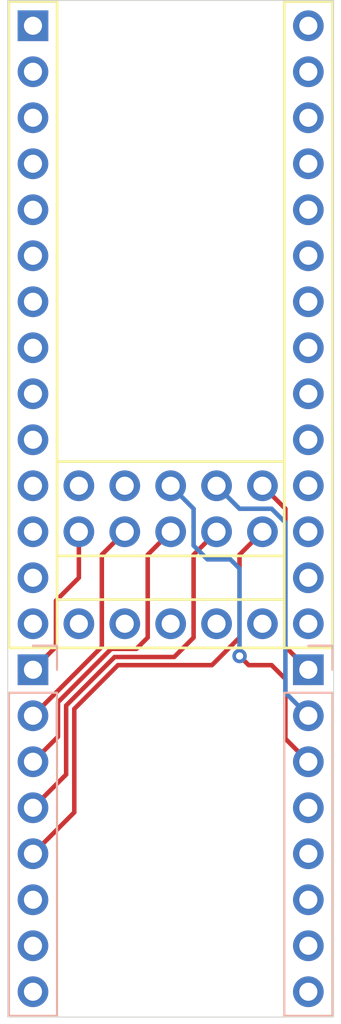
<source format=kicad_pcb>
(kicad_pcb (version 20171130) (host pcbnew "(5.1.5)-3")

  (general
    (thickness 1.6)
    (drawings 4)
    (tracks 57)
    (zones 0)
    (modules 3)
    (nets 44)
  )

  (page A4)
  (title_block
    (title "Teensy 4.0 Breakout Board")
    (date 2019-12-24)
    (rev A)
    (company "Ray Sun")
  )

  (layers
    (0 F.Cu signal)
    (31 B.Cu signal)
    (32 B.Adhes user)
    (33 F.Adhes user)
    (34 B.Paste user)
    (35 F.Paste user)
    (36 B.SilkS user)
    (37 F.SilkS user)
    (38 B.Mask user)
    (39 F.Mask user)
    (40 Dwgs.User user)
    (41 Cmts.User user)
    (42 Eco1.User user)
    (43 Eco2.User user)
    (44 Edge.Cuts user)
    (45 Margin user)
    (46 B.CrtYd user)
    (47 F.CrtYd user)
    (48 B.Fab user)
    (49 F.Fab user)
  )

  (setup
    (last_trace_width 0.25)
    (trace_clearance 0.2)
    (zone_clearance 0.508)
    (zone_45_only no)
    (trace_min 0.2)
    (via_size 0.8)
    (via_drill 0.4)
    (via_min_size 0.4)
    (via_min_drill 0.3)
    (uvia_size 0.3)
    (uvia_drill 0.1)
    (uvias_allowed no)
    (uvia_min_size 0.2)
    (uvia_min_drill 0.1)
    (edge_width 0.05)
    (segment_width 0.2)
    (pcb_text_width 0.3)
    (pcb_text_size 1.5 1.5)
    (mod_edge_width 0.12)
    (mod_text_size 1 1)
    (mod_text_width 0.15)
    (pad_size 1.524 1.524)
    (pad_drill 0.762)
    (pad_to_mask_clearance 0.051)
    (solder_mask_min_width 0.25)
    (aux_axis_origin 0 0)
    (visible_elements 7FFFFFFF)
    (pcbplotparams
      (layerselection 0x010fc_ffffffff)
      (usegerberextensions false)
      (usegerberattributes false)
      (usegerberadvancedattributes false)
      (creategerberjobfile false)
      (excludeedgelayer true)
      (linewidth 0.100000)
      (plotframeref false)
      (viasonmask false)
      (mode 1)
      (useauxorigin false)
      (hpglpennumber 1)
      (hpglpenspeed 20)
      (hpglpendiameter 15.000000)
      (psnegative false)
      (psa4output false)
      (plotreference true)
      (plotvalue true)
      (plotinvisibletext false)
      (padsonsilk false)
      (subtractmaskfromsilk false)
      (outputformat 1)
      (mirror false)
      (drillshape 1)
      (scaleselection 1)
      (outputdirectory ""))
  )

  (net 0 "")
  (net 1 "Net-(J1-Pad8)")
  (net 2 "Net-(J1-Pad7)")
  (net 3 "Net-(J1-Pad6)")
  (net 4 "Net-(J1-Pad5)")
  (net 5 "Net-(J1-Pad4)")
  (net 6 "Net-(J1-Pad3)")
  (net 7 "Net-(J1-Pad2)")
  (net 8 "Net-(J1-Pad1)")
  (net 9 "Net-(J2-Pad7)")
  (net 10 "Net-(J2-Pad6)")
  (net 11 "Net-(J2-Pad5)")
  (net 12 "Net-(J2-Pad4)")
  (net 13 "Net-(J2-Pad3)")
  (net 14 "Net-(J2-Pad2)")
  (net 15 "Net-(J2-Pad1)")
  (net 16 "Net-(U1-Pad2)")
  (net 17 "Net-(U1-Pad3)")
  (net 18 "Net-(U1-Pad4)")
  (net 19 "Net-(U1-Pad5)")
  (net 20 "Net-(U1-Pad6)")
  (net 21 "Net-(U1-Pad7)")
  (net 22 "Net-(U1-Pad8)")
  (net 23 "Net-(U1-Pad9)")
  (net 24 "Net-(U1-Pad10)")
  (net 25 "Net-(U1-Pad11)")
  (net 26 "Net-(U1-Pad12)")
  (net 27 "Net-(U1-Pad13)")
  (net 28 "Net-(U1-Pad14)")
  (net 29 "Net-(U1-Pad15)")
  (net 30 "Net-(U1-Pad16)")
  (net 31 "Net-(U1-Pad17)")
  (net 32 "Net-(U1-Pad18)")
  (net 33 "Net-(U1-Pad19)")
  (net 34 "Net-(U1-Pad20)")
  (net 35 "Net-(U1-Pad21)")
  (net 36 "Net-(U1-Pad22)")
  (net 37 "Net-(U1-Pad23)")
  (net 38 "Net-(U1-Pad24)")
  (net 39 "Net-(U1-Pad25)")
  (net 40 "Net-(U1-Pad26)")
  (net 41 "Net-(U1-Pad27)")
  (net 42 "Net-(U1-Pad28)")
  (net 43 "Net-(U1-Pad1)")

  (net_class Default "This is the default net class."
    (clearance 0.2)
    (trace_width 0.25)
    (via_dia 0.8)
    (via_drill 0.4)
    (uvia_dia 0.3)
    (uvia_drill 0.1)
    (add_net "Net-(J1-Pad1)")
    (add_net "Net-(J1-Pad2)")
    (add_net "Net-(J1-Pad3)")
    (add_net "Net-(J1-Pad4)")
    (add_net "Net-(J1-Pad5)")
    (add_net "Net-(J1-Pad6)")
    (add_net "Net-(J1-Pad7)")
    (add_net "Net-(J1-Pad8)")
    (add_net "Net-(J2-Pad1)")
    (add_net "Net-(J2-Pad2)")
    (add_net "Net-(J2-Pad3)")
    (add_net "Net-(J2-Pad4)")
    (add_net "Net-(J2-Pad5)")
    (add_net "Net-(J2-Pad6)")
    (add_net "Net-(J2-Pad7)")
    (add_net "Net-(U1-Pad1)")
    (add_net "Net-(U1-Pad10)")
    (add_net "Net-(U1-Pad11)")
    (add_net "Net-(U1-Pad12)")
    (add_net "Net-(U1-Pad13)")
    (add_net "Net-(U1-Pad14)")
    (add_net "Net-(U1-Pad15)")
    (add_net "Net-(U1-Pad16)")
    (add_net "Net-(U1-Pad17)")
    (add_net "Net-(U1-Pad18)")
    (add_net "Net-(U1-Pad19)")
    (add_net "Net-(U1-Pad2)")
    (add_net "Net-(U1-Pad20)")
    (add_net "Net-(U1-Pad21)")
    (add_net "Net-(U1-Pad22)")
    (add_net "Net-(U1-Pad23)")
    (add_net "Net-(U1-Pad24)")
    (add_net "Net-(U1-Pad25)")
    (add_net "Net-(U1-Pad26)")
    (add_net "Net-(U1-Pad27)")
    (add_net "Net-(U1-Pad28)")
    (add_net "Net-(U1-Pad3)")
    (add_net "Net-(U1-Pad4)")
    (add_net "Net-(U1-Pad5)")
    (add_net "Net-(U1-Pad6)")
    (add_net "Net-(U1-Pad7)")
    (add_net "Net-(U1-Pad8)")
    (add_net "Net-(U1-Pad9)")
  )

  (module Connector_PinHeader_2.54mm:PinHeader_1x08_P2.54mm_Vertical (layer B.Cu) (tedit 59FED5CC) (tstamp 5E02243A)
    (at 142.24 111.76 180)
    (descr "Through hole straight pin header, 1x08, 2.54mm pitch, single row")
    (tags "Through hole pin header THT 1x08 2.54mm single row")
    (path /5E0234B8)
    (fp_text reference J2 (at 0 2.33) (layer B.SilkS) hide
      (effects (font (size 1 1) (thickness 0.15)) (justify mirror))
    )
    (fp_text value Conn_01x08 (at 0 -20.11) (layer B.Fab) hide
      (effects (font (size 1 1) (thickness 0.15)) (justify mirror))
    )
    (fp_text user %R (at 0 -8.89 270) (layer B.Fab)
      (effects (font (size 1 1) (thickness 0.15)) (justify mirror))
    )
    (fp_line (start 1.8 1.8) (end -1.8 1.8) (layer B.CrtYd) (width 0.05))
    (fp_line (start 1.8 -19.55) (end 1.8 1.8) (layer B.CrtYd) (width 0.05))
    (fp_line (start -1.8 -19.55) (end 1.8 -19.55) (layer B.CrtYd) (width 0.05))
    (fp_line (start -1.8 1.8) (end -1.8 -19.55) (layer B.CrtYd) (width 0.05))
    (fp_line (start -1.33 1.33) (end 0 1.33) (layer B.SilkS) (width 0.12))
    (fp_line (start -1.33 0) (end -1.33 1.33) (layer B.SilkS) (width 0.12))
    (fp_line (start -1.33 -1.27) (end 1.33 -1.27) (layer B.SilkS) (width 0.12))
    (fp_line (start 1.33 -1.27) (end 1.33 -19.11) (layer B.SilkS) (width 0.12))
    (fp_line (start -1.33 -1.27) (end -1.33 -19.11) (layer B.SilkS) (width 0.12))
    (fp_line (start -1.33 -19.11) (end 1.33 -19.11) (layer B.SilkS) (width 0.12))
    (fp_line (start -1.27 0.635) (end -0.635 1.27) (layer B.Fab) (width 0.1))
    (fp_line (start -1.27 -19.05) (end -1.27 0.635) (layer B.Fab) (width 0.1))
    (fp_line (start 1.27 -19.05) (end -1.27 -19.05) (layer B.Fab) (width 0.1))
    (fp_line (start 1.27 1.27) (end 1.27 -19.05) (layer B.Fab) (width 0.1))
    (fp_line (start -0.635 1.27) (end 1.27 1.27) (layer B.Fab) (width 0.1))
    (pad 8 thru_hole oval (at 0 -17.78 180) (size 1.7 1.7) (drill 1) (layers *.Cu *.Mask)
      (net 1 "Net-(J1-Pad8)"))
    (pad 7 thru_hole oval (at 0 -15.24 180) (size 1.7 1.7) (drill 1) (layers *.Cu *.Mask)
      (net 9 "Net-(J2-Pad7)"))
    (pad 6 thru_hole oval (at 0 -12.7 180) (size 1.7 1.7) (drill 1) (layers *.Cu *.Mask)
      (net 10 "Net-(J2-Pad6)"))
    (pad 5 thru_hole oval (at 0 -10.16 180) (size 1.7 1.7) (drill 1) (layers *.Cu *.Mask)
      (net 11 "Net-(J2-Pad5)"))
    (pad 4 thru_hole oval (at 0 -7.62 180) (size 1.7 1.7) (drill 1) (layers *.Cu *.Mask)
      (net 12 "Net-(J2-Pad4)"))
    (pad 3 thru_hole oval (at 0 -5.08 180) (size 1.7 1.7) (drill 1) (layers *.Cu *.Mask)
      (net 13 "Net-(J2-Pad3)"))
    (pad 2 thru_hole oval (at 0 -2.54 180) (size 1.7 1.7) (drill 1) (layers *.Cu *.Mask)
      (net 14 "Net-(J2-Pad2)"))
    (pad 1 thru_hole rect (at 0 0 180) (size 1.7 1.7) (drill 1) (layers *.Cu *.Mask)
      (net 15 "Net-(J2-Pad1)"))
    (model ${KISYS3DMOD}/Connector_PinHeader_2.54mm.3dshapes/PinHeader_1x08_P2.54mm_Vertical.wrl
      (at (xyz 0 0 0))
      (scale (xyz 1 1 1))
      (rotate (xyz 0 0 0))
    )
  )

  (module Connector_PinHeader_2.54mm:PinHeader_1x08_P2.54mm_Vertical (layer B.Cu) (tedit 59FED5CC) (tstamp 5E0229ED)
    (at 127 111.76 180)
    (descr "Through hole straight pin header, 1x08, 2.54mm pitch, single row")
    (tags "Through hole pin header THT 1x08 2.54mm single row")
    (path /5E0223A8)
    (fp_text reference J1 (at 0 2.33) (layer B.SilkS) hide
      (effects (font (size 1 1) (thickness 0.15)) (justify mirror))
    )
    (fp_text value Conn_01x08 (at 0 -20.11) (layer B.Fab) hide
      (effects (font (size 1 1) (thickness 0.15)) (justify mirror))
    )
    (fp_text user %R (at 0 -8.89 270) (layer B.Fab)
      (effects (font (size 1 1) (thickness 0.15)) (justify mirror))
    )
    (fp_line (start 1.8 1.8) (end -1.8 1.8) (layer B.CrtYd) (width 0.05))
    (fp_line (start 1.8 -19.55) (end 1.8 1.8) (layer B.CrtYd) (width 0.05))
    (fp_line (start -1.8 -19.55) (end 1.8 -19.55) (layer B.CrtYd) (width 0.05))
    (fp_line (start -1.8 1.8) (end -1.8 -19.55) (layer B.CrtYd) (width 0.05))
    (fp_line (start -1.33 1.33) (end 0 1.33) (layer B.SilkS) (width 0.12))
    (fp_line (start -1.33 0) (end -1.33 1.33) (layer B.SilkS) (width 0.12))
    (fp_line (start -1.33 -1.27) (end 1.33 -1.27) (layer B.SilkS) (width 0.12))
    (fp_line (start 1.33 -1.27) (end 1.33 -19.11) (layer B.SilkS) (width 0.12))
    (fp_line (start -1.33 -1.27) (end -1.33 -19.11) (layer B.SilkS) (width 0.12))
    (fp_line (start -1.33 -19.11) (end 1.33 -19.11) (layer B.SilkS) (width 0.12))
    (fp_line (start -1.27 0.635) (end -0.635 1.27) (layer B.Fab) (width 0.1))
    (fp_line (start -1.27 -19.05) (end -1.27 0.635) (layer B.Fab) (width 0.1))
    (fp_line (start 1.27 -19.05) (end -1.27 -19.05) (layer B.Fab) (width 0.1))
    (fp_line (start 1.27 1.27) (end 1.27 -19.05) (layer B.Fab) (width 0.1))
    (fp_line (start -0.635 1.27) (end 1.27 1.27) (layer B.Fab) (width 0.1))
    (pad 8 thru_hole oval (at 0 -17.78 180) (size 1.7 1.7) (drill 1) (layers *.Cu *.Mask)
      (net 1 "Net-(J1-Pad8)"))
    (pad 7 thru_hole oval (at 0 -15.24 180) (size 1.7 1.7) (drill 1) (layers *.Cu *.Mask)
      (net 2 "Net-(J1-Pad7)"))
    (pad 6 thru_hole oval (at 0 -12.7 180) (size 1.7 1.7) (drill 1) (layers *.Cu *.Mask)
      (net 3 "Net-(J1-Pad6)"))
    (pad 5 thru_hole oval (at 0 -10.16 180) (size 1.7 1.7) (drill 1) (layers *.Cu *.Mask)
      (net 4 "Net-(J1-Pad5)"))
    (pad 4 thru_hole oval (at 0 -7.62 180) (size 1.7 1.7) (drill 1) (layers *.Cu *.Mask)
      (net 5 "Net-(J1-Pad4)"))
    (pad 3 thru_hole oval (at 0 -5.08 180) (size 1.7 1.7) (drill 1) (layers *.Cu *.Mask)
      (net 6 "Net-(J1-Pad3)"))
    (pad 2 thru_hole oval (at 0 -2.54 180) (size 1.7 1.7) (drill 1) (layers *.Cu *.Mask)
      (net 7 "Net-(J1-Pad2)"))
    (pad 1 thru_hole rect (at 0 0 180) (size 1.7 1.7) (drill 1) (layers *.Cu *.Mask)
      (net 8 "Net-(J1-Pad1)"))
    (model ${KISYS3DMOD}/Connector_PinHeader_2.54mm.3dshapes/PinHeader_1x08_P2.54mm_Vertical.wrl
      (at (xyz 0 0 0))
      (scale (xyz 1 1 1))
      (rotate (xyz 0 0 0))
    )
  )

  (module nibelung:Teensy40_Socket_WithBottomAndEdge (layer F.Cu) (tedit 5E01D5D0) (tstamp 5E022040)
    (at 134.62 76.2)
    (descr "Through hole straight pin header, 2x14, 2.54mm pitch, double rows")
    (tags Teensy)
    (path /5E01DB13)
    (fp_text reference U1 (at -5.08 0) (layer F.SilkS) hide
      (effects (font (size 1 1) (thickness 0.15)))
    )
    (fp_text value Teensy4.0_WithBottomAndEdge (at 0 35.56) (layer F.Fab) hide
      (effects (font (size 1 1) (thickness 0.15)))
    )
    (fp_line (start -6.2865 31.6865) (end 6.2865 31.6865) (layer F.SilkS) (width 0.15))
    (fp_line (start -6.2865 34.3535) (end 6.2865 34.3535) (layer F.SilkS) (width 0.15))
    (fp_line (start -6.35 34.29) (end 6.35 34.29) (layer Dwgs.User) (width 0.12))
    (fp_line (start -6.35 31.75) (end 6.35 31.75) (layer Dwgs.User) (width 0.12))
    (fp_line (start -6.2865 29.2735) (end 6.2865 29.2735) (layer F.SilkS) (width 0.15))
    (fp_line (start -6.2865 24.0665) (end 6.2865 24.0665) (layer F.SilkS) (width 0.15))
    (fp_line (start -6.35 29.21) (end 6.35 29.21) (layer Dwgs.User) (width 0.12))
    (fp_line (start -6.35 24.13) (end 6.35 24.13) (layer Dwgs.User) (width 0.12))
    (fp_line (start 6.2865 34.3535) (end 6.2865 -1.3335) (layer F.SilkS) (width 0.15))
    (fp_line (start 8.9535 34.3535) (end 6.2865 34.3535) (layer F.SilkS) (width 0.15))
    (fp_line (start 8.9535 -1.3335) (end 8.9535 34.3535) (layer F.SilkS) (width 0.15))
    (fp_line (start 6.2865 -1.3335) (end 8.9535 -1.3335) (layer F.SilkS) (width 0.15))
    (fp_line (start -8.9535 34.3535) (end -8.9535 -1.3335) (layer F.SilkS) (width 0.15))
    (fp_line (start -6.2865 34.3535) (end -8.9535 34.3535) (layer F.SilkS) (width 0.15))
    (fp_line (start -6.2865 -1.3335) (end -6.2865 34.3535) (layer F.SilkS) (width 0.15))
    (fp_line (start -8.9535 -1.3335) (end -6.2865 -1.3335) (layer F.SilkS) (width 0.15))
    (fp_line (start -8.89 1.27) (end -6.35 1.27) (layer Dwgs.User) (width 0.12))
    (fp_line (start 6.35 34.29) (end 6.35 -1.27) (layer Dwgs.User) (width 0.12))
    (fp_line (start 8.89 34.29) (end 6.35 34.29) (layer Dwgs.User) (width 0.12))
    (fp_line (start 8.89 -1.27) (end 8.89 34.29) (layer Dwgs.User) (width 0.12))
    (fp_line (start 6.35 -1.27) (end 8.89 -1.27) (layer Dwgs.User) (width 0.12))
    (fp_line (start -8.89 34.29) (end -8.89 -1.27) (layer Dwgs.User) (width 0.12))
    (fp_line (start -6.35 34.29) (end -8.89 34.29) (layer Dwgs.User) (width 0.12))
    (fp_line (start -6.35 -1.27) (end -6.35 34.29) (layer Dwgs.User) (width 0.12))
    (fp_line (start -8.89 -1.27) (end -6.35 -1.27) (layer Dwgs.User) (width 0.12))
    (pad 43 thru_hole oval (at -5.08 33.02) (size 1.7 1.7) (drill 1) (layers *.Cu *.Mask)
      (net 3 "Net-(J1-Pad6)"))
    (pad 42 thru_hole oval (at -2.54 33.02) (size 1.7 1.7) (drill 1) (layers *.Cu *.Mask)
      (net 2 "Net-(J1-Pad7)"))
    (pad 41 thru_hole oval (at 0 33.02) (size 1.7 1.7) (drill 1) (layers *.Cu *.Mask)
      (net 1 "Net-(J1-Pad8)"))
    (pad 40 thru_hole oval (at 2.54 33.02) (size 1.7 1.7) (drill 1) (layers *.Cu *.Mask)
      (net 9 "Net-(J2-Pad7)"))
    (pad 39 thru_hole oval (at 5.08 33.02) (size 1.7 1.7) (drill 1) (layers *.Cu *.Mask)
      (net 10 "Net-(J2-Pad6)"))
    (pad 38 thru_hole oval (at 5.08 25.4) (size 1.7 1.7) (drill 1) (layers *.Cu *.Mask)
      (net 15 "Net-(J2-Pad1)"))
    (pad 37 thru_hole oval (at 2.54 25.4) (size 1.7 1.7) (drill 1) (layers *.Cu *.Mask)
      (net 14 "Net-(J2-Pad2)"))
    (pad 36 thru_hole oval (at 0 25.4) (size 1.7 1.7) (drill 1) (layers *.Cu *.Mask)
      (net 13 "Net-(J2-Pad3)"))
    (pad 35 thru_hole oval (at -2.54 25.4) (size 1.7 1.7) (drill 1) (layers *.Cu *.Mask)
      (net 12 "Net-(J2-Pad4)"))
    (pad 34 thru_hole oval (at -5.08 25.4) (size 1.7 1.7) (drill 1) (layers *.Cu *.Mask)
      (net 11 "Net-(J2-Pad5)"))
    (pad 33 thru_hole oval (at -5.08 27.94) (size 1.7 1.7) (drill 1) (layers *.Cu *.Mask)
      (net 8 "Net-(J1-Pad1)"))
    (pad 32 thru_hole oval (at -2.54 27.94) (size 1.7 1.7) (drill 1) (layers *.Cu *.Mask)
      (net 7 "Net-(J1-Pad2)"))
    (pad 31 thru_hole oval (at 0 27.94) (size 1.7 1.7) (drill 1) (layers *.Cu *.Mask)
      (net 6 "Net-(J1-Pad3)"))
    (pad 30 thru_hole oval (at 2.54 27.94) (size 1.7 1.7) (drill 1) (layers *.Cu *.Mask)
      (net 5 "Net-(J1-Pad4)"))
    (pad 29 thru_hole oval (at 5.08 27.94) (size 1.7 1.7) (drill 1) (layers *.Cu *.Mask)
      (net 4 "Net-(J1-Pad5)"))
    (pad 2 thru_hole oval (at -7.62 2.54) (size 1.7 1.7) (drill 1) (layers *.Cu *.Mask)
      (net 16 "Net-(U1-Pad2)"))
    (pad 3 thru_hole oval (at -7.62 5.08) (size 1.7 1.7) (drill 1) (layers *.Cu *.Mask)
      (net 17 "Net-(U1-Pad3)"))
    (pad 4 thru_hole oval (at -7.62 7.62) (size 1.7 1.7) (drill 1) (layers *.Cu *.Mask)
      (net 18 "Net-(U1-Pad4)"))
    (pad 5 thru_hole oval (at -7.62 10.16) (size 1.7 1.7) (drill 1) (layers *.Cu *.Mask)
      (net 19 "Net-(U1-Pad5)"))
    (pad 6 thru_hole oval (at -7.62 12.7) (size 1.7 1.7) (drill 1) (layers *.Cu *.Mask)
      (net 20 "Net-(U1-Pad6)"))
    (pad 7 thru_hole oval (at -7.62 15.24) (size 1.7 1.7) (drill 1) (layers *.Cu *.Mask)
      (net 21 "Net-(U1-Pad7)"))
    (pad 8 thru_hole oval (at -7.62 17.78) (size 1.7 1.7) (drill 1) (layers *.Cu *.Mask)
      (net 22 "Net-(U1-Pad8)"))
    (pad 9 thru_hole oval (at -7.62 20.32) (size 1.7 1.7) (drill 1) (layers *.Cu *.Mask)
      (net 23 "Net-(U1-Pad9)"))
    (pad 10 thru_hole oval (at -7.62 22.86) (size 1.7 1.7) (drill 1) (layers *.Cu *.Mask)
      (net 24 "Net-(U1-Pad10)"))
    (pad 11 thru_hole oval (at -7.62 25.4) (size 1.7 1.7) (drill 1) (layers *.Cu *.Mask)
      (net 25 "Net-(U1-Pad11)"))
    (pad 12 thru_hole oval (at -7.62 27.94) (size 1.7 1.7) (drill 1) (layers *.Cu *.Mask)
      (net 26 "Net-(U1-Pad12)"))
    (pad 13 thru_hole oval (at -7.62 30.48) (size 1.7 1.7) (drill 1) (layers *.Cu *.Mask)
      (net 27 "Net-(U1-Pad13)"))
    (pad 14 thru_hole oval (at -7.62 33.02) (size 1.7 1.7) (drill 1) (layers *.Cu *.Mask)
      (net 28 "Net-(U1-Pad14)"))
    (pad 15 thru_hole oval (at 7.62 33.02) (size 1.7 1.7) (drill 1) (layers *.Cu *.Mask)
      (net 29 "Net-(U1-Pad15)"))
    (pad 16 thru_hole oval (at 7.62 30.48) (size 1.7 1.7) (drill 1) (layers *.Cu *.Mask)
      (net 30 "Net-(U1-Pad16)"))
    (pad 17 thru_hole oval (at 7.62 27.94) (size 1.7 1.7) (drill 1) (layers *.Cu *.Mask)
      (net 31 "Net-(U1-Pad17)"))
    (pad 18 thru_hole oval (at 7.62 25.4) (size 1.7 1.7) (drill 1) (layers *.Cu *.Mask)
      (net 32 "Net-(U1-Pad18)"))
    (pad 19 thru_hole oval (at 7.62 22.86) (size 1.7 1.7) (drill 1) (layers *.Cu *.Mask)
      (net 33 "Net-(U1-Pad19)"))
    (pad 20 thru_hole oval (at 7.62 20.32) (size 1.7 1.7) (drill 1) (layers *.Cu *.Mask)
      (net 34 "Net-(U1-Pad20)"))
    (pad 21 thru_hole oval (at 7.62 17.78) (size 1.7 1.7) (drill 1) (layers *.Cu *.Mask)
      (net 35 "Net-(U1-Pad21)"))
    (pad 22 thru_hole oval (at 7.62 15.24) (size 1.7 1.7) (drill 1) (layers *.Cu *.Mask)
      (net 36 "Net-(U1-Pad22)"))
    (pad 23 thru_hole oval (at 7.62 12.7) (size 1.7 1.7) (drill 1) (layers *.Cu *.Mask)
      (net 37 "Net-(U1-Pad23)"))
    (pad 24 thru_hole oval (at 7.62 10.16) (size 1.7 1.7) (drill 1) (layers *.Cu *.Mask)
      (net 38 "Net-(U1-Pad24)"))
    (pad 25 thru_hole oval (at 7.62 7.62) (size 1.7 1.7) (drill 1) (layers *.Cu *.Mask)
      (net 39 "Net-(U1-Pad25)"))
    (pad 26 thru_hole oval (at 7.62 5.08) (size 1.7 1.7) (drill 1) (layers *.Cu *.Mask)
      (net 40 "Net-(U1-Pad26)"))
    (pad 27 thru_hole oval (at 7.62 2.54) (size 1.7 1.7) (drill 1) (layers *.Cu *.Mask)
      (net 41 "Net-(U1-Pad27)"))
    (pad 28 thru_hole oval (at 7.62 0) (size 1.7 1.7) (drill 1) (layers *.Cu *.Mask)
      (net 42 "Net-(U1-Pad28)"))
    (pad 1 thru_hole rect (at -7.62 0) (size 1.7 1.7) (drill 1) (layers *.Cu *.Mask)
      (net 43 "Net-(U1-Pad1)"))
    (model ${KISYS3DMOD}/Connector_PinHeader_2.54mm.3dshapes/PinHeader_2x14_P2.54mm_Vertical.wrl
      (at (xyz 0 0 0))
      (scale (xyz 1 1 1))
      (rotate (xyz 0 0 0))
    )
  )

  (gr_line (start 125.603 130.937) (end 125.603 74.803) (layer Edge.Cuts) (width 0.05) (tstamp 5E0224BE))
  (gr_line (start 143.637 130.937) (end 125.603 130.937) (layer Edge.Cuts) (width 0.05))
  (gr_line (start 143.637 74.803) (end 143.637 130.937) (layer Edge.Cuts) (width 0.05))
  (gr_line (start 125.603 74.803) (end 143.637 74.803) (layer Edge.Cuts) (width 0.05))

  (segment (start 127.849999 121.070001) (end 127 121.92) (width 0.25) (layer F.Cu) (net 4))
  (segment (start 129.286 113.92323) (end 129.286 119.634) (width 0.25) (layer F.Cu) (net 4))
  (segment (start 138.43 105.41) (end 138.43 109.982) (width 0.25) (layer F.Cu) (net 4))
  (segment (start 139.7 104.14) (end 138.43 105.41) (width 0.25) (layer F.Cu) (net 4))
  (segment (start 129.286 119.634) (end 127.849999 121.070001) (width 0.25) (layer F.Cu) (net 4))
  (segment (start 138.43 109.982) (end 136.906 111.506) (width 0.25) (layer F.Cu) (net 4))
  (segment (start 136.906 111.506) (end 131.70323 111.506) (width 0.25) (layer F.Cu) (net 4))
  (segment (start 131.70323 111.506) (end 129.286 113.92323) (width 0.25) (layer F.Cu) (net 4))
  (segment (start 131.51683 111.055989) (end 128.835989 113.73683) (width 0.25) (layer F.Cu) (net 5))
  (segment (start 137.16 104.14) (end 135.89 105.41) (width 0.25) (layer F.Cu) (net 5))
  (segment (start 135.89 109.982) (end 134.816011 111.055989) (width 0.25) (layer F.Cu) (net 5))
  (segment (start 135.89 105.41) (end 135.89 109.982) (width 0.25) (layer F.Cu) (net 5))
  (segment (start 134.816011 111.055989) (end 131.51683 111.055989) (width 0.25) (layer F.Cu) (net 5))
  (segment (start 128.835989 113.73683) (end 128.835989 117.544011) (width 0.25) (layer F.Cu) (net 5))
  (segment (start 128.835989 117.544011) (end 127.849999 118.530001) (width 0.25) (layer F.Cu) (net 5))
  (segment (start 127.849999 118.530001) (end 127 119.38) (width 0.25) (layer F.Cu) (net 5))
  (segment (start 127.849999 115.990001) (end 127 116.84) (width 0.25) (layer F.Cu) (net 6))
  (segment (start 128.385978 113.55043) (end 128.385978 115.454022) (width 0.25) (layer F.Cu) (net 6))
  (segment (start 133.35 109.982) (end 132.726022 110.605978) (width 0.25) (layer F.Cu) (net 6))
  (segment (start 128.385978 115.454022) (end 127.849999 115.990001) (width 0.25) (layer F.Cu) (net 6))
  (segment (start 134.62 104.14) (end 133.35 105.41) (width 0.25) (layer F.Cu) (net 6))
  (segment (start 133.35 105.41) (end 133.35 109.982) (width 0.25) (layer F.Cu) (net 6))
  (segment (start 132.726022 110.605978) (end 131.33043 110.605978) (width 0.25) (layer F.Cu) (net 6))
  (segment (start 131.33043 110.605978) (end 128.385978 113.55043) (width 0.25) (layer F.Cu) (net 6))
  (segment (start 127.849999 113.450001) (end 127 114.3) (width 0.25) (layer F.Cu) (net 7))
  (segment (start 130.81 110.49) (end 127.849999 113.450001) (width 0.25) (layer F.Cu) (net 7))
  (segment (start 132.08 104.14) (end 130.81 105.41) (width 0.25) (layer F.Cu) (net 7))
  (segment (start 130.81 105.41) (end 130.81 110.49) (width 0.25) (layer F.Cu) (net 7))
  (segment (start 129.54 104.14) (end 129.54 106.68) (width 0.25) (layer F.Cu) (net 8))
  (segment (start 129.54 106.68) (end 128.27 107.95) (width 0.25) (layer F.Cu) (net 8))
  (segment (start 128.27 107.95) (end 128.27 110.49) (width 0.25) (layer F.Cu) (net 8))
  (segment (start 128.27 110.49) (end 127 111.76) (width 0.25) (layer F.Cu) (net 8))
  (segment (start 134.62 101.6) (end 135.469999 102.449999) (width 0.25) (layer B.Cu) (net 13))
  (segment (start 135.469999 102.449999) (end 135.89 102.87) (width 0.25) (layer B.Cu) (net 13))
  (segment (start 135.89 102.87) (end 135.89 104.902) (width 0.25) (layer B.Cu) (net 13))
  (segment (start 135.89 104.902) (end 136.652 105.664) (width 0.25) (layer B.Cu) (net 13))
  (segment (start 136.652 105.664) (end 137.922 105.664) (width 0.25) (layer B.Cu) (net 13))
  (segment (start 137.922 105.664) (end 138.43 106.172) (width 0.25) (layer B.Cu) (net 13))
  (segment (start 138.43 106.172) (end 138.43 107.442) (width 0.25) (layer B.Cu) (net 13))
  (via (at 138.434653 111.002653) (size 0.8) (drill 0.4) (layers F.Cu B.Cu) (net 13))
  (segment (start 138.43 107.442) (end 138.43 110.998) (width 0.25) (layer B.Cu) (net 13))
  (segment (start 138.43 110.998) (end 138.434653 111.002653) (width 0.25) (layer B.Cu) (net 13))
  (segment (start 138.434653 111.002653) (end 138.938 111.506) (width 0.25) (layer F.Cu) (net 13))
  (segment (start 138.938 111.506) (end 140.208 111.506) (width 0.25) (layer F.Cu) (net 13))
  (segment (start 140.208 111.506) (end 140.97 112.268) (width 0.25) (layer F.Cu) (net 13))
  (segment (start 140.97 115.57) (end 142.24 116.84) (width 0.25) (layer F.Cu) (net 13))
  (segment (start 140.97 112.268) (end 140.97 115.57) (width 0.25) (layer F.Cu) (net 13))
  (segment (start 141.390001 113.450001) (end 142.24 114.3) (width 0.25) (layer B.Cu) (net 14))
  (segment (start 138.43 102.87) (end 140.208 102.87) (width 0.25) (layer B.Cu) (net 14))
  (segment (start 140.208 102.87) (end 140.97 103.632) (width 0.25) (layer B.Cu) (net 14))
  (segment (start 137.16 101.6) (end 138.43 102.87) (width 0.25) (layer B.Cu) (net 14))
  (segment (start 140.97 103.632) (end 140.97 113.03) (width 0.25) (layer B.Cu) (net 14))
  (segment (start 140.97 113.03) (end 141.390001 113.450001) (width 0.25) (layer B.Cu) (net 14))
  (segment (start 140.97 102.87) (end 140.549999 102.449999) (width 0.25) (layer F.Cu) (net 15))
  (segment (start 142.24 111.76) (end 140.97 110.49) (width 0.25) (layer F.Cu) (net 15))
  (segment (start 140.549999 102.449999) (end 139.7 101.6) (width 0.25) (layer F.Cu) (net 15))
  (segment (start 140.97 110.49) (end 140.97 102.87) (width 0.25) (layer F.Cu) (net 15))

)

</source>
